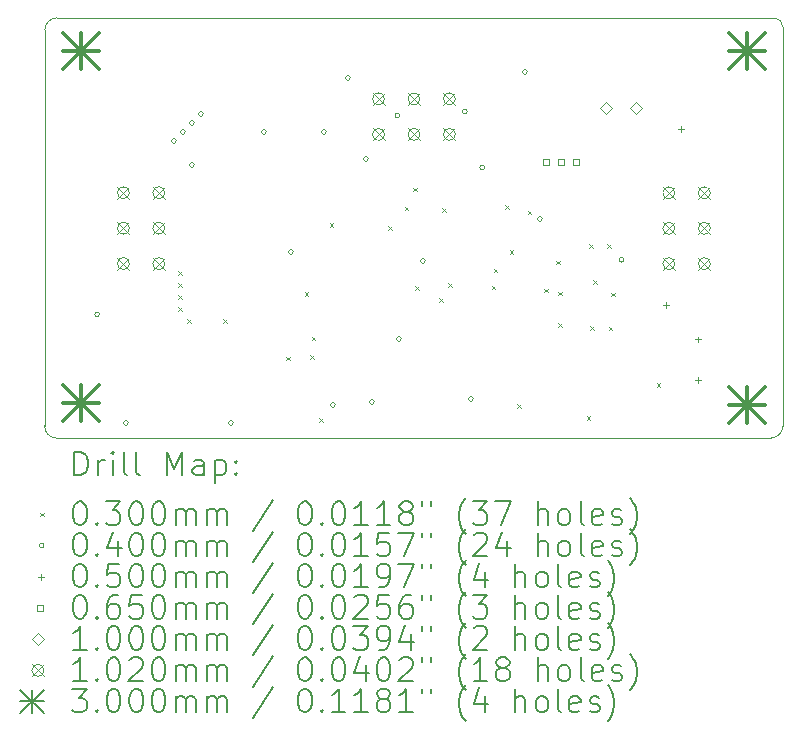
<source format=gbr>
%FSLAX45Y45*%
G04 Gerber Fmt 4.5, Leading zero omitted, Abs format (unit mm)*
G04 Created by KiCad (PCBNEW (6.0.0)) date 2023-01-08 13:29:53*
%MOMM*%
%LPD*%
G01*
G04 APERTURE LIST*
%TA.AperFunction,Profile*%
%ADD10C,0.100000*%
%TD*%
%ADD11C,0.200000*%
%ADD12C,0.030000*%
%ADD13C,0.040000*%
%ADD14C,0.050000*%
%ADD15C,0.065000*%
%ADD16C,0.100000*%
%ADD17C,0.102000*%
%ADD18C,0.300000*%
G04 APERTURE END LIST*
D10*
X12039600Y-10541000D02*
G75*
G03*
X12141200Y-10439400I0J101600D01*
G01*
X5994400Y-6985000D02*
X12065000Y-6985000D01*
X12141200Y-7061200D02*
X12141200Y-10439400D01*
X12141200Y-7061200D02*
G75*
G03*
X12065000Y-6985000I-76200J0D01*
G01*
X5994400Y-6985000D02*
G75*
G03*
X5892800Y-7086600I0J-101600D01*
G01*
X12039600Y-10541000D02*
X5994400Y-10543900D01*
X5889900Y-10439400D02*
X5892800Y-7086600D01*
X5889900Y-10439400D02*
G75*
G03*
X5994400Y-10543900I104500J0D01*
G01*
D11*
D12*
X7020800Y-9129000D02*
X7050800Y-9159000D01*
X7050800Y-9129000D02*
X7020800Y-9159000D01*
X7020800Y-9230600D02*
X7050800Y-9260600D01*
X7050800Y-9230600D02*
X7020800Y-9260600D01*
X7020800Y-9332200D02*
X7050800Y-9362200D01*
X7050800Y-9332200D02*
X7020800Y-9362200D01*
X7020800Y-9433800D02*
X7050800Y-9463800D01*
X7050800Y-9433800D02*
X7020800Y-9463800D01*
X7097000Y-9535400D02*
X7127000Y-9565400D01*
X7127000Y-9535400D02*
X7097000Y-9565400D01*
X7401800Y-9535400D02*
X7431800Y-9565400D01*
X7431800Y-9535400D02*
X7401800Y-9565400D01*
X7935200Y-9852900D02*
X7965200Y-9882900D01*
X7965200Y-9852900D02*
X7935200Y-9882900D01*
X8092680Y-9306800D02*
X8122680Y-9336800D01*
X8122680Y-9306800D02*
X8092680Y-9336800D01*
X8138400Y-9840200D02*
X8168400Y-9870200D01*
X8168400Y-9840200D02*
X8138400Y-9870200D01*
X8153640Y-9682720D02*
X8183640Y-9712720D01*
X8183640Y-9682720D02*
X8153640Y-9712720D01*
X8214600Y-10373600D02*
X8244600Y-10403600D01*
X8244600Y-10373600D02*
X8214600Y-10403600D01*
X8303500Y-8722600D02*
X8333500Y-8752600D01*
X8333500Y-8722600D02*
X8303500Y-8752600D01*
X8798800Y-8748000D02*
X8828800Y-8778000D01*
X8828800Y-8748000D02*
X8798800Y-8778000D01*
X8938500Y-8582900D02*
X8968500Y-8612900D01*
X8968500Y-8582900D02*
X8938500Y-8612900D01*
X9012160Y-8422880D02*
X9042160Y-8452880D01*
X9042160Y-8422880D02*
X9012160Y-8452880D01*
X9027400Y-9256000D02*
X9057400Y-9286000D01*
X9057400Y-9256000D02*
X9027400Y-9286000D01*
X9230600Y-9357600D02*
X9260600Y-9387600D01*
X9260600Y-9357600D02*
X9230600Y-9387600D01*
X9256000Y-8595600D02*
X9286000Y-8625600D01*
X9286000Y-8595600D02*
X9256000Y-8625600D01*
X9306800Y-9230600D02*
X9336800Y-9260600D01*
X9336800Y-9230600D02*
X9306800Y-9260600D01*
X9677640Y-9250920D02*
X9707640Y-9280920D01*
X9707640Y-9250920D02*
X9677640Y-9280920D01*
X9692880Y-9108680D02*
X9722880Y-9138680D01*
X9722880Y-9108680D02*
X9692880Y-9138680D01*
X9789400Y-8570200D02*
X9819400Y-8600200D01*
X9819400Y-8570200D02*
X9789400Y-8600200D01*
X9830040Y-8951200D02*
X9860040Y-8981200D01*
X9860040Y-8951200D02*
X9830040Y-8981200D01*
X9891000Y-10256760D02*
X9921000Y-10286760D01*
X9921000Y-10256760D02*
X9891000Y-10286760D01*
X9979900Y-8618460D02*
X10009900Y-8648460D01*
X10009900Y-8618460D02*
X9979900Y-8648460D01*
X10119600Y-9276320D02*
X10149600Y-9306320D01*
X10149600Y-9276320D02*
X10119600Y-9306320D01*
X10221200Y-9042640D02*
X10251200Y-9072640D01*
X10251200Y-9042640D02*
X10221200Y-9072640D01*
X10241520Y-9304260D02*
X10271520Y-9334260D01*
X10271520Y-9304260D02*
X10241520Y-9334260D01*
X10241520Y-9570960D02*
X10271520Y-9600960D01*
X10271520Y-9570960D02*
X10241520Y-9600960D01*
X10480280Y-10358360D02*
X10510280Y-10388360D01*
X10510280Y-10358360D02*
X10480280Y-10388360D01*
X10500600Y-8900400D02*
X10530600Y-8930400D01*
X10530600Y-8900400D02*
X10500600Y-8930400D01*
X10510760Y-9596360D02*
X10540760Y-9626360D01*
X10540760Y-9596360D02*
X10510760Y-9626360D01*
X10533620Y-9205200D02*
X10563620Y-9235200D01*
X10563620Y-9205200D02*
X10533620Y-9235200D01*
X10653000Y-8900400D02*
X10683000Y-8930400D01*
X10683000Y-8900400D02*
X10653000Y-8930400D01*
X10665700Y-9601440D02*
X10695700Y-9631440D01*
X10695700Y-9601440D02*
X10665700Y-9631440D01*
X10688560Y-9311880D02*
X10718560Y-9341880D01*
X10718560Y-9311880D02*
X10688560Y-9341880D01*
X11074640Y-10078960D02*
X11104640Y-10108960D01*
X11104640Y-10078960D02*
X11074640Y-10108960D01*
D13*
X6354760Y-9494520D02*
G75*
G03*
X6354760Y-9494520I-20000J0D01*
G01*
X6598600Y-10414000D02*
G75*
G03*
X6598600Y-10414000I-20000J0D01*
G01*
X7005000Y-8026400D02*
G75*
G03*
X7005000Y-8026400I-20000J0D01*
G01*
X7081200Y-7950200D02*
G75*
G03*
X7081200Y-7950200I-20000J0D01*
G01*
X7157400Y-7874000D02*
G75*
G03*
X7157400Y-7874000I-20000J0D01*
G01*
X7157400Y-8229600D02*
G75*
G03*
X7157400Y-8229600I-20000J0D01*
G01*
X7233600Y-7797800D02*
G75*
G03*
X7233600Y-7797800I-20000J0D01*
G01*
X7487600Y-10414000D02*
G75*
G03*
X7487600Y-10414000I-20000J0D01*
G01*
X7767000Y-7950200D02*
G75*
G03*
X7767000Y-7950200I-20000J0D01*
G01*
X7995600Y-8966200D02*
G75*
G03*
X7995600Y-8966200I-20000J0D01*
G01*
X8275000Y-7950200D02*
G75*
G03*
X8275000Y-7950200I-20000J0D01*
G01*
X8351200Y-10261600D02*
G75*
G03*
X8351200Y-10261600I-20000J0D01*
G01*
X8478200Y-7493000D02*
G75*
G03*
X8478200Y-7493000I-20000J0D01*
G01*
X8630600Y-8178800D02*
G75*
G03*
X8630600Y-8178800I-20000J0D01*
G01*
X8681400Y-10236200D02*
G75*
G03*
X8681400Y-10236200I-20000J0D01*
G01*
X8897900Y-7811100D02*
G75*
G03*
X8897900Y-7811100I-20000J0D01*
G01*
X8910000Y-9702800D02*
G75*
G03*
X8910000Y-9702800I-20000J0D01*
G01*
X9113200Y-9042400D02*
G75*
G03*
X9113200Y-9042400I-20000J0D01*
G01*
X9467540Y-7776900D02*
G75*
G03*
X9467540Y-7776900I-20000J0D01*
G01*
X9519600Y-10210800D02*
G75*
G03*
X9519600Y-10210800I-20000J0D01*
G01*
X9616120Y-8249920D02*
G75*
G03*
X9616120Y-8249920I-20000J0D01*
G01*
X9976800Y-7442200D02*
G75*
G03*
X9976800Y-7442200I-20000J0D01*
G01*
X10103800Y-8686800D02*
G75*
G03*
X10103800Y-8686800I-20000J0D01*
G01*
X10794680Y-9032240D02*
G75*
G03*
X10794680Y-9032240I-20000J0D01*
G01*
D14*
X11150600Y-9388240D02*
X11150600Y-9438240D01*
X11125600Y-9413240D02*
X11175600Y-9413240D01*
X11277600Y-7899800D02*
X11277600Y-7949800D01*
X11252600Y-7924800D02*
X11302600Y-7924800D01*
X11424920Y-9682880D02*
X11424920Y-9732880D01*
X11399920Y-9707880D02*
X11449920Y-9707880D01*
X11424920Y-10025780D02*
X11424920Y-10075780D01*
X11399920Y-10050780D02*
X11449920Y-10050780D01*
D15*
X10158081Y-8227181D02*
X10158081Y-8181219D01*
X10112119Y-8181219D01*
X10112119Y-8227181D01*
X10158081Y-8227181D01*
X10285081Y-8227181D02*
X10285081Y-8181219D01*
X10239119Y-8181219D01*
X10239119Y-8227181D01*
X10285081Y-8227181D01*
X10412081Y-8227181D02*
X10412081Y-8181219D01*
X10366119Y-8181219D01*
X10366119Y-8227181D01*
X10412081Y-8227181D01*
D16*
X10642100Y-7797000D02*
X10692100Y-7747000D01*
X10642100Y-7697000D01*
X10592100Y-7747000D01*
X10642100Y-7797000D01*
X10896100Y-7797000D02*
X10946100Y-7747000D01*
X10896100Y-7697000D01*
X10846100Y-7747000D01*
X10896100Y-7797000D01*
D17*
X6506700Y-8414400D02*
X6608700Y-8516400D01*
X6608700Y-8414400D02*
X6506700Y-8516400D01*
X6608700Y-8465400D02*
G75*
G03*
X6608700Y-8465400I-51000J0D01*
G01*
X6506700Y-8714400D02*
X6608700Y-8816400D01*
X6608700Y-8714400D02*
X6506700Y-8816400D01*
X6608700Y-8765400D02*
G75*
G03*
X6608700Y-8765400I-51000J0D01*
G01*
X6506700Y-9014400D02*
X6608700Y-9116400D01*
X6608700Y-9014400D02*
X6506700Y-9116400D01*
X6608700Y-9065400D02*
G75*
G03*
X6608700Y-9065400I-51000J0D01*
G01*
X6806700Y-8414400D02*
X6908700Y-8516400D01*
X6908700Y-8414400D02*
X6806700Y-8516400D01*
X6908700Y-8465400D02*
G75*
G03*
X6908700Y-8465400I-51000J0D01*
G01*
X6806700Y-8714400D02*
X6908700Y-8816400D01*
X6908700Y-8714400D02*
X6806700Y-8816400D01*
X6908700Y-8765400D02*
G75*
G03*
X6908700Y-8765400I-51000J0D01*
G01*
X6806700Y-9014400D02*
X6908700Y-9116400D01*
X6908700Y-9014400D02*
X6806700Y-9116400D01*
X6908700Y-9065400D02*
G75*
G03*
X6908700Y-9065400I-51000J0D01*
G01*
X8667000Y-7620000D02*
X8769000Y-7722000D01*
X8769000Y-7620000D02*
X8667000Y-7722000D01*
X8769000Y-7671000D02*
G75*
G03*
X8769000Y-7671000I-51000J0D01*
G01*
X8667000Y-7920000D02*
X8769000Y-8022000D01*
X8769000Y-7920000D02*
X8667000Y-8022000D01*
X8769000Y-7971000D02*
G75*
G03*
X8769000Y-7971000I-51000J0D01*
G01*
X8967000Y-7620000D02*
X9069000Y-7722000D01*
X9069000Y-7620000D02*
X8967000Y-7722000D01*
X9069000Y-7671000D02*
G75*
G03*
X9069000Y-7671000I-51000J0D01*
G01*
X8967000Y-7920000D02*
X9069000Y-8022000D01*
X9069000Y-7920000D02*
X8967000Y-8022000D01*
X9069000Y-7971000D02*
G75*
G03*
X9069000Y-7971000I-51000J0D01*
G01*
X9267000Y-7620000D02*
X9369000Y-7722000D01*
X9369000Y-7620000D02*
X9267000Y-7722000D01*
X9369000Y-7671000D02*
G75*
G03*
X9369000Y-7671000I-51000J0D01*
G01*
X9267000Y-7920000D02*
X9369000Y-8022000D01*
X9369000Y-7920000D02*
X9267000Y-8022000D01*
X9369000Y-7971000D02*
G75*
G03*
X9369000Y-7971000I-51000J0D01*
G01*
X11125300Y-8415400D02*
X11227300Y-8517400D01*
X11227300Y-8415400D02*
X11125300Y-8517400D01*
X11227300Y-8466400D02*
G75*
G03*
X11227300Y-8466400I-51000J0D01*
G01*
X11125300Y-8715400D02*
X11227300Y-8817400D01*
X11227300Y-8715400D02*
X11125300Y-8817400D01*
X11227300Y-8766400D02*
G75*
G03*
X11227300Y-8766400I-51000J0D01*
G01*
X11125300Y-9015400D02*
X11227300Y-9117400D01*
X11227300Y-9015400D02*
X11125300Y-9117400D01*
X11227300Y-9066400D02*
G75*
G03*
X11227300Y-9066400I-51000J0D01*
G01*
X11425300Y-8415400D02*
X11527300Y-8517400D01*
X11527300Y-8415400D02*
X11425300Y-8517400D01*
X11527300Y-8466400D02*
G75*
G03*
X11527300Y-8466400I-51000J0D01*
G01*
X11425300Y-8715400D02*
X11527300Y-8817400D01*
X11527300Y-8715400D02*
X11425300Y-8817400D01*
X11527300Y-8766400D02*
G75*
G03*
X11527300Y-8766400I-51000J0D01*
G01*
X11425300Y-9015400D02*
X11527300Y-9117400D01*
X11527300Y-9015400D02*
X11425300Y-9117400D01*
X11527300Y-9066400D02*
G75*
G03*
X11527300Y-9066400I-51000J0D01*
G01*
D18*
X6047600Y-7114400D02*
X6347600Y-7414400D01*
X6347600Y-7114400D02*
X6047600Y-7414400D01*
X6197600Y-7114400D02*
X6197600Y-7414400D01*
X6047600Y-7264400D02*
X6347600Y-7264400D01*
X6047600Y-10096360D02*
X6347600Y-10396360D01*
X6347600Y-10096360D02*
X6047600Y-10396360D01*
X6197600Y-10096360D02*
X6197600Y-10396360D01*
X6047600Y-10246360D02*
X6347600Y-10246360D01*
X11686400Y-7114400D02*
X11986400Y-7414400D01*
X11986400Y-7114400D02*
X11686400Y-7414400D01*
X11836400Y-7114400D02*
X11836400Y-7414400D01*
X11686400Y-7264400D02*
X11986400Y-7264400D01*
X11686400Y-10111600D02*
X11986400Y-10411600D01*
X11986400Y-10111600D02*
X11686400Y-10411600D01*
X11836400Y-10111600D02*
X11836400Y-10411600D01*
X11686400Y-10261600D02*
X11986400Y-10261600D01*
D11*
X6142519Y-10859376D02*
X6142519Y-10659376D01*
X6190138Y-10659376D01*
X6218709Y-10668900D01*
X6237757Y-10687948D01*
X6247281Y-10706995D01*
X6256805Y-10745090D01*
X6256805Y-10773662D01*
X6247281Y-10811757D01*
X6237757Y-10830805D01*
X6218709Y-10849852D01*
X6190138Y-10859376D01*
X6142519Y-10859376D01*
X6342519Y-10859376D02*
X6342519Y-10726043D01*
X6342519Y-10764138D02*
X6352043Y-10745090D01*
X6361567Y-10735567D01*
X6380614Y-10726043D01*
X6399662Y-10726043D01*
X6466328Y-10859376D02*
X6466328Y-10726043D01*
X6466328Y-10659376D02*
X6456805Y-10668900D01*
X6466328Y-10678424D01*
X6475852Y-10668900D01*
X6466328Y-10659376D01*
X6466328Y-10678424D01*
X6590138Y-10859376D02*
X6571090Y-10849852D01*
X6561567Y-10830805D01*
X6561567Y-10659376D01*
X6694900Y-10859376D02*
X6675852Y-10849852D01*
X6666328Y-10830805D01*
X6666328Y-10659376D01*
X6923471Y-10859376D02*
X6923471Y-10659376D01*
X6990138Y-10802233D01*
X7056805Y-10659376D01*
X7056805Y-10859376D01*
X7237757Y-10859376D02*
X7237757Y-10754614D01*
X7228233Y-10735567D01*
X7209186Y-10726043D01*
X7171090Y-10726043D01*
X7152043Y-10735567D01*
X7237757Y-10849852D02*
X7218709Y-10859376D01*
X7171090Y-10859376D01*
X7152043Y-10849852D01*
X7142519Y-10830805D01*
X7142519Y-10811757D01*
X7152043Y-10792710D01*
X7171090Y-10783186D01*
X7218709Y-10783186D01*
X7237757Y-10773662D01*
X7332995Y-10726043D02*
X7332995Y-10926043D01*
X7332995Y-10735567D02*
X7352043Y-10726043D01*
X7390138Y-10726043D01*
X7409186Y-10735567D01*
X7418709Y-10745090D01*
X7428233Y-10764138D01*
X7428233Y-10821281D01*
X7418709Y-10840329D01*
X7409186Y-10849852D01*
X7390138Y-10859376D01*
X7352043Y-10859376D01*
X7332995Y-10849852D01*
X7513948Y-10840329D02*
X7523471Y-10849852D01*
X7513948Y-10859376D01*
X7504424Y-10849852D01*
X7513948Y-10840329D01*
X7513948Y-10859376D01*
X7513948Y-10735567D02*
X7523471Y-10745090D01*
X7513948Y-10754614D01*
X7504424Y-10745090D01*
X7513948Y-10735567D01*
X7513948Y-10754614D01*
D12*
X5854900Y-11173900D02*
X5884900Y-11203900D01*
X5884900Y-11173900D02*
X5854900Y-11203900D01*
D11*
X6180614Y-11079376D02*
X6199662Y-11079376D01*
X6218709Y-11088900D01*
X6228233Y-11098424D01*
X6237757Y-11117471D01*
X6247281Y-11155567D01*
X6247281Y-11203186D01*
X6237757Y-11241281D01*
X6228233Y-11260328D01*
X6218709Y-11269852D01*
X6199662Y-11279376D01*
X6180614Y-11279376D01*
X6161567Y-11269852D01*
X6152043Y-11260328D01*
X6142519Y-11241281D01*
X6132995Y-11203186D01*
X6132995Y-11155567D01*
X6142519Y-11117471D01*
X6152043Y-11098424D01*
X6161567Y-11088900D01*
X6180614Y-11079376D01*
X6332995Y-11260328D02*
X6342519Y-11269852D01*
X6332995Y-11279376D01*
X6323471Y-11269852D01*
X6332995Y-11260328D01*
X6332995Y-11279376D01*
X6409186Y-11079376D02*
X6532995Y-11079376D01*
X6466328Y-11155567D01*
X6494900Y-11155567D01*
X6513948Y-11165090D01*
X6523471Y-11174614D01*
X6532995Y-11193662D01*
X6532995Y-11241281D01*
X6523471Y-11260328D01*
X6513948Y-11269852D01*
X6494900Y-11279376D01*
X6437757Y-11279376D01*
X6418709Y-11269852D01*
X6409186Y-11260328D01*
X6656805Y-11079376D02*
X6675852Y-11079376D01*
X6694900Y-11088900D01*
X6704424Y-11098424D01*
X6713948Y-11117471D01*
X6723471Y-11155567D01*
X6723471Y-11203186D01*
X6713948Y-11241281D01*
X6704424Y-11260328D01*
X6694900Y-11269852D01*
X6675852Y-11279376D01*
X6656805Y-11279376D01*
X6637757Y-11269852D01*
X6628233Y-11260328D01*
X6618709Y-11241281D01*
X6609186Y-11203186D01*
X6609186Y-11155567D01*
X6618709Y-11117471D01*
X6628233Y-11098424D01*
X6637757Y-11088900D01*
X6656805Y-11079376D01*
X6847281Y-11079376D02*
X6866328Y-11079376D01*
X6885376Y-11088900D01*
X6894900Y-11098424D01*
X6904424Y-11117471D01*
X6913948Y-11155567D01*
X6913948Y-11203186D01*
X6904424Y-11241281D01*
X6894900Y-11260328D01*
X6885376Y-11269852D01*
X6866328Y-11279376D01*
X6847281Y-11279376D01*
X6828233Y-11269852D01*
X6818709Y-11260328D01*
X6809186Y-11241281D01*
X6799662Y-11203186D01*
X6799662Y-11155567D01*
X6809186Y-11117471D01*
X6818709Y-11098424D01*
X6828233Y-11088900D01*
X6847281Y-11079376D01*
X6999662Y-11279376D02*
X6999662Y-11146043D01*
X6999662Y-11165090D02*
X7009186Y-11155567D01*
X7028233Y-11146043D01*
X7056805Y-11146043D01*
X7075852Y-11155567D01*
X7085376Y-11174614D01*
X7085376Y-11279376D01*
X7085376Y-11174614D02*
X7094900Y-11155567D01*
X7113948Y-11146043D01*
X7142519Y-11146043D01*
X7161567Y-11155567D01*
X7171090Y-11174614D01*
X7171090Y-11279376D01*
X7266328Y-11279376D02*
X7266328Y-11146043D01*
X7266328Y-11165090D02*
X7275852Y-11155567D01*
X7294900Y-11146043D01*
X7323471Y-11146043D01*
X7342519Y-11155567D01*
X7352043Y-11174614D01*
X7352043Y-11279376D01*
X7352043Y-11174614D02*
X7361567Y-11155567D01*
X7380614Y-11146043D01*
X7409186Y-11146043D01*
X7428233Y-11155567D01*
X7437757Y-11174614D01*
X7437757Y-11279376D01*
X7828233Y-11069852D02*
X7656805Y-11326995D01*
X8085376Y-11079376D02*
X8104424Y-11079376D01*
X8123471Y-11088900D01*
X8132995Y-11098424D01*
X8142519Y-11117471D01*
X8152043Y-11155567D01*
X8152043Y-11203186D01*
X8142519Y-11241281D01*
X8132995Y-11260328D01*
X8123471Y-11269852D01*
X8104424Y-11279376D01*
X8085376Y-11279376D01*
X8066328Y-11269852D01*
X8056805Y-11260328D01*
X8047281Y-11241281D01*
X8037757Y-11203186D01*
X8037757Y-11155567D01*
X8047281Y-11117471D01*
X8056805Y-11098424D01*
X8066328Y-11088900D01*
X8085376Y-11079376D01*
X8237757Y-11260328D02*
X8247281Y-11269852D01*
X8237757Y-11279376D01*
X8228233Y-11269852D01*
X8237757Y-11260328D01*
X8237757Y-11279376D01*
X8371090Y-11079376D02*
X8390138Y-11079376D01*
X8409186Y-11088900D01*
X8418710Y-11098424D01*
X8428233Y-11117471D01*
X8437757Y-11155567D01*
X8437757Y-11203186D01*
X8428233Y-11241281D01*
X8418710Y-11260328D01*
X8409186Y-11269852D01*
X8390138Y-11279376D01*
X8371090Y-11279376D01*
X8352043Y-11269852D01*
X8342519Y-11260328D01*
X8332995Y-11241281D01*
X8323471Y-11203186D01*
X8323471Y-11155567D01*
X8332995Y-11117471D01*
X8342519Y-11098424D01*
X8352043Y-11088900D01*
X8371090Y-11079376D01*
X8628233Y-11279376D02*
X8513948Y-11279376D01*
X8571090Y-11279376D02*
X8571090Y-11079376D01*
X8552043Y-11107948D01*
X8532995Y-11126995D01*
X8513948Y-11136519D01*
X8818710Y-11279376D02*
X8704424Y-11279376D01*
X8761567Y-11279376D02*
X8761567Y-11079376D01*
X8742519Y-11107948D01*
X8723471Y-11126995D01*
X8704424Y-11136519D01*
X8932995Y-11165090D02*
X8913948Y-11155567D01*
X8904424Y-11146043D01*
X8894900Y-11126995D01*
X8894900Y-11117471D01*
X8904424Y-11098424D01*
X8913948Y-11088900D01*
X8932995Y-11079376D01*
X8971090Y-11079376D01*
X8990138Y-11088900D01*
X8999662Y-11098424D01*
X9009186Y-11117471D01*
X9009186Y-11126995D01*
X8999662Y-11146043D01*
X8990138Y-11155567D01*
X8971090Y-11165090D01*
X8932995Y-11165090D01*
X8913948Y-11174614D01*
X8904424Y-11184138D01*
X8894900Y-11203186D01*
X8894900Y-11241281D01*
X8904424Y-11260328D01*
X8913948Y-11269852D01*
X8932995Y-11279376D01*
X8971090Y-11279376D01*
X8990138Y-11269852D01*
X8999662Y-11260328D01*
X9009186Y-11241281D01*
X9009186Y-11203186D01*
X8999662Y-11184138D01*
X8990138Y-11174614D01*
X8971090Y-11165090D01*
X9085376Y-11079376D02*
X9085376Y-11117471D01*
X9161567Y-11079376D02*
X9161567Y-11117471D01*
X9456805Y-11355567D02*
X9447281Y-11346043D01*
X9428233Y-11317471D01*
X9418710Y-11298424D01*
X9409186Y-11269852D01*
X9399662Y-11222233D01*
X9399662Y-11184138D01*
X9409186Y-11136519D01*
X9418710Y-11107948D01*
X9428233Y-11088900D01*
X9447281Y-11060329D01*
X9456805Y-11050805D01*
X9513948Y-11079376D02*
X9637757Y-11079376D01*
X9571090Y-11155567D01*
X9599662Y-11155567D01*
X9618710Y-11165090D01*
X9628233Y-11174614D01*
X9637757Y-11193662D01*
X9637757Y-11241281D01*
X9628233Y-11260328D01*
X9618710Y-11269852D01*
X9599662Y-11279376D01*
X9542519Y-11279376D01*
X9523471Y-11269852D01*
X9513948Y-11260328D01*
X9704424Y-11079376D02*
X9837757Y-11079376D01*
X9752043Y-11279376D01*
X10066329Y-11279376D02*
X10066329Y-11079376D01*
X10152043Y-11279376D02*
X10152043Y-11174614D01*
X10142519Y-11155567D01*
X10123471Y-11146043D01*
X10094900Y-11146043D01*
X10075852Y-11155567D01*
X10066329Y-11165090D01*
X10275852Y-11279376D02*
X10256805Y-11269852D01*
X10247281Y-11260328D01*
X10237757Y-11241281D01*
X10237757Y-11184138D01*
X10247281Y-11165090D01*
X10256805Y-11155567D01*
X10275852Y-11146043D01*
X10304424Y-11146043D01*
X10323471Y-11155567D01*
X10332995Y-11165090D01*
X10342519Y-11184138D01*
X10342519Y-11241281D01*
X10332995Y-11260328D01*
X10323471Y-11269852D01*
X10304424Y-11279376D01*
X10275852Y-11279376D01*
X10456805Y-11279376D02*
X10437757Y-11269852D01*
X10428233Y-11250805D01*
X10428233Y-11079376D01*
X10609186Y-11269852D02*
X10590138Y-11279376D01*
X10552043Y-11279376D01*
X10532995Y-11269852D01*
X10523471Y-11250805D01*
X10523471Y-11174614D01*
X10532995Y-11155567D01*
X10552043Y-11146043D01*
X10590138Y-11146043D01*
X10609186Y-11155567D01*
X10618710Y-11174614D01*
X10618710Y-11193662D01*
X10523471Y-11212709D01*
X10694900Y-11269852D02*
X10713948Y-11279376D01*
X10752043Y-11279376D01*
X10771090Y-11269852D01*
X10780614Y-11250805D01*
X10780614Y-11241281D01*
X10771090Y-11222233D01*
X10752043Y-11212709D01*
X10723471Y-11212709D01*
X10704424Y-11203186D01*
X10694900Y-11184138D01*
X10694900Y-11174614D01*
X10704424Y-11155567D01*
X10723471Y-11146043D01*
X10752043Y-11146043D01*
X10771090Y-11155567D01*
X10847281Y-11355567D02*
X10856805Y-11346043D01*
X10875852Y-11317471D01*
X10885376Y-11298424D01*
X10894900Y-11269852D01*
X10904424Y-11222233D01*
X10904424Y-11184138D01*
X10894900Y-11136519D01*
X10885376Y-11107948D01*
X10875852Y-11088900D01*
X10856805Y-11060329D01*
X10847281Y-11050805D01*
D13*
X5884900Y-11452900D02*
G75*
G03*
X5884900Y-11452900I-20000J0D01*
G01*
D11*
X6180614Y-11343376D02*
X6199662Y-11343376D01*
X6218709Y-11352900D01*
X6228233Y-11362424D01*
X6237757Y-11381471D01*
X6247281Y-11419567D01*
X6247281Y-11467186D01*
X6237757Y-11505281D01*
X6228233Y-11524328D01*
X6218709Y-11533852D01*
X6199662Y-11543376D01*
X6180614Y-11543376D01*
X6161567Y-11533852D01*
X6152043Y-11524328D01*
X6142519Y-11505281D01*
X6132995Y-11467186D01*
X6132995Y-11419567D01*
X6142519Y-11381471D01*
X6152043Y-11362424D01*
X6161567Y-11352900D01*
X6180614Y-11343376D01*
X6332995Y-11524328D02*
X6342519Y-11533852D01*
X6332995Y-11543376D01*
X6323471Y-11533852D01*
X6332995Y-11524328D01*
X6332995Y-11543376D01*
X6513948Y-11410043D02*
X6513948Y-11543376D01*
X6466328Y-11333852D02*
X6418709Y-11476709D01*
X6542519Y-11476709D01*
X6656805Y-11343376D02*
X6675852Y-11343376D01*
X6694900Y-11352900D01*
X6704424Y-11362424D01*
X6713948Y-11381471D01*
X6723471Y-11419567D01*
X6723471Y-11467186D01*
X6713948Y-11505281D01*
X6704424Y-11524328D01*
X6694900Y-11533852D01*
X6675852Y-11543376D01*
X6656805Y-11543376D01*
X6637757Y-11533852D01*
X6628233Y-11524328D01*
X6618709Y-11505281D01*
X6609186Y-11467186D01*
X6609186Y-11419567D01*
X6618709Y-11381471D01*
X6628233Y-11362424D01*
X6637757Y-11352900D01*
X6656805Y-11343376D01*
X6847281Y-11343376D02*
X6866328Y-11343376D01*
X6885376Y-11352900D01*
X6894900Y-11362424D01*
X6904424Y-11381471D01*
X6913948Y-11419567D01*
X6913948Y-11467186D01*
X6904424Y-11505281D01*
X6894900Y-11524328D01*
X6885376Y-11533852D01*
X6866328Y-11543376D01*
X6847281Y-11543376D01*
X6828233Y-11533852D01*
X6818709Y-11524328D01*
X6809186Y-11505281D01*
X6799662Y-11467186D01*
X6799662Y-11419567D01*
X6809186Y-11381471D01*
X6818709Y-11362424D01*
X6828233Y-11352900D01*
X6847281Y-11343376D01*
X6999662Y-11543376D02*
X6999662Y-11410043D01*
X6999662Y-11429090D02*
X7009186Y-11419567D01*
X7028233Y-11410043D01*
X7056805Y-11410043D01*
X7075852Y-11419567D01*
X7085376Y-11438614D01*
X7085376Y-11543376D01*
X7085376Y-11438614D02*
X7094900Y-11419567D01*
X7113948Y-11410043D01*
X7142519Y-11410043D01*
X7161567Y-11419567D01*
X7171090Y-11438614D01*
X7171090Y-11543376D01*
X7266328Y-11543376D02*
X7266328Y-11410043D01*
X7266328Y-11429090D02*
X7275852Y-11419567D01*
X7294900Y-11410043D01*
X7323471Y-11410043D01*
X7342519Y-11419567D01*
X7352043Y-11438614D01*
X7352043Y-11543376D01*
X7352043Y-11438614D02*
X7361567Y-11419567D01*
X7380614Y-11410043D01*
X7409186Y-11410043D01*
X7428233Y-11419567D01*
X7437757Y-11438614D01*
X7437757Y-11543376D01*
X7828233Y-11333852D02*
X7656805Y-11590995D01*
X8085376Y-11343376D02*
X8104424Y-11343376D01*
X8123471Y-11352900D01*
X8132995Y-11362424D01*
X8142519Y-11381471D01*
X8152043Y-11419567D01*
X8152043Y-11467186D01*
X8142519Y-11505281D01*
X8132995Y-11524328D01*
X8123471Y-11533852D01*
X8104424Y-11543376D01*
X8085376Y-11543376D01*
X8066328Y-11533852D01*
X8056805Y-11524328D01*
X8047281Y-11505281D01*
X8037757Y-11467186D01*
X8037757Y-11419567D01*
X8047281Y-11381471D01*
X8056805Y-11362424D01*
X8066328Y-11352900D01*
X8085376Y-11343376D01*
X8237757Y-11524328D02*
X8247281Y-11533852D01*
X8237757Y-11543376D01*
X8228233Y-11533852D01*
X8237757Y-11524328D01*
X8237757Y-11543376D01*
X8371090Y-11343376D02*
X8390138Y-11343376D01*
X8409186Y-11352900D01*
X8418710Y-11362424D01*
X8428233Y-11381471D01*
X8437757Y-11419567D01*
X8437757Y-11467186D01*
X8428233Y-11505281D01*
X8418710Y-11524328D01*
X8409186Y-11533852D01*
X8390138Y-11543376D01*
X8371090Y-11543376D01*
X8352043Y-11533852D01*
X8342519Y-11524328D01*
X8332995Y-11505281D01*
X8323471Y-11467186D01*
X8323471Y-11419567D01*
X8332995Y-11381471D01*
X8342519Y-11362424D01*
X8352043Y-11352900D01*
X8371090Y-11343376D01*
X8628233Y-11543376D02*
X8513948Y-11543376D01*
X8571090Y-11543376D02*
X8571090Y-11343376D01*
X8552043Y-11371948D01*
X8532995Y-11390995D01*
X8513948Y-11400519D01*
X8809186Y-11343376D02*
X8713948Y-11343376D01*
X8704424Y-11438614D01*
X8713948Y-11429090D01*
X8732995Y-11419567D01*
X8780614Y-11419567D01*
X8799662Y-11429090D01*
X8809186Y-11438614D01*
X8818710Y-11457662D01*
X8818710Y-11505281D01*
X8809186Y-11524328D01*
X8799662Y-11533852D01*
X8780614Y-11543376D01*
X8732995Y-11543376D01*
X8713948Y-11533852D01*
X8704424Y-11524328D01*
X8885376Y-11343376D02*
X9018710Y-11343376D01*
X8932995Y-11543376D01*
X9085376Y-11343376D02*
X9085376Y-11381471D01*
X9161567Y-11343376D02*
X9161567Y-11381471D01*
X9456805Y-11619567D02*
X9447281Y-11610043D01*
X9428233Y-11581471D01*
X9418710Y-11562424D01*
X9409186Y-11533852D01*
X9399662Y-11486233D01*
X9399662Y-11448138D01*
X9409186Y-11400519D01*
X9418710Y-11371948D01*
X9428233Y-11352900D01*
X9447281Y-11324328D01*
X9456805Y-11314805D01*
X9523471Y-11362424D02*
X9532995Y-11352900D01*
X9552043Y-11343376D01*
X9599662Y-11343376D01*
X9618710Y-11352900D01*
X9628233Y-11362424D01*
X9637757Y-11381471D01*
X9637757Y-11400519D01*
X9628233Y-11429090D01*
X9513948Y-11543376D01*
X9637757Y-11543376D01*
X9809186Y-11410043D02*
X9809186Y-11543376D01*
X9761567Y-11333852D02*
X9713948Y-11476709D01*
X9837757Y-11476709D01*
X10066329Y-11543376D02*
X10066329Y-11343376D01*
X10152043Y-11543376D02*
X10152043Y-11438614D01*
X10142519Y-11419567D01*
X10123471Y-11410043D01*
X10094900Y-11410043D01*
X10075852Y-11419567D01*
X10066329Y-11429090D01*
X10275852Y-11543376D02*
X10256805Y-11533852D01*
X10247281Y-11524328D01*
X10237757Y-11505281D01*
X10237757Y-11448138D01*
X10247281Y-11429090D01*
X10256805Y-11419567D01*
X10275852Y-11410043D01*
X10304424Y-11410043D01*
X10323471Y-11419567D01*
X10332995Y-11429090D01*
X10342519Y-11448138D01*
X10342519Y-11505281D01*
X10332995Y-11524328D01*
X10323471Y-11533852D01*
X10304424Y-11543376D01*
X10275852Y-11543376D01*
X10456805Y-11543376D02*
X10437757Y-11533852D01*
X10428233Y-11514805D01*
X10428233Y-11343376D01*
X10609186Y-11533852D02*
X10590138Y-11543376D01*
X10552043Y-11543376D01*
X10532995Y-11533852D01*
X10523471Y-11514805D01*
X10523471Y-11438614D01*
X10532995Y-11419567D01*
X10552043Y-11410043D01*
X10590138Y-11410043D01*
X10609186Y-11419567D01*
X10618710Y-11438614D01*
X10618710Y-11457662D01*
X10523471Y-11476709D01*
X10694900Y-11533852D02*
X10713948Y-11543376D01*
X10752043Y-11543376D01*
X10771090Y-11533852D01*
X10780614Y-11514805D01*
X10780614Y-11505281D01*
X10771090Y-11486233D01*
X10752043Y-11476709D01*
X10723471Y-11476709D01*
X10704424Y-11467186D01*
X10694900Y-11448138D01*
X10694900Y-11438614D01*
X10704424Y-11419567D01*
X10723471Y-11410043D01*
X10752043Y-11410043D01*
X10771090Y-11419567D01*
X10847281Y-11619567D02*
X10856805Y-11610043D01*
X10875852Y-11581471D01*
X10885376Y-11562424D01*
X10894900Y-11533852D01*
X10904424Y-11486233D01*
X10904424Y-11448138D01*
X10894900Y-11400519D01*
X10885376Y-11371948D01*
X10875852Y-11352900D01*
X10856805Y-11324328D01*
X10847281Y-11314805D01*
D14*
X5859900Y-11691900D02*
X5859900Y-11741900D01*
X5834900Y-11716900D02*
X5884900Y-11716900D01*
D11*
X6180614Y-11607376D02*
X6199662Y-11607376D01*
X6218709Y-11616900D01*
X6228233Y-11626424D01*
X6237757Y-11645471D01*
X6247281Y-11683567D01*
X6247281Y-11731186D01*
X6237757Y-11769281D01*
X6228233Y-11788328D01*
X6218709Y-11797852D01*
X6199662Y-11807376D01*
X6180614Y-11807376D01*
X6161567Y-11797852D01*
X6152043Y-11788328D01*
X6142519Y-11769281D01*
X6132995Y-11731186D01*
X6132995Y-11683567D01*
X6142519Y-11645471D01*
X6152043Y-11626424D01*
X6161567Y-11616900D01*
X6180614Y-11607376D01*
X6332995Y-11788328D02*
X6342519Y-11797852D01*
X6332995Y-11807376D01*
X6323471Y-11797852D01*
X6332995Y-11788328D01*
X6332995Y-11807376D01*
X6523471Y-11607376D02*
X6428233Y-11607376D01*
X6418709Y-11702614D01*
X6428233Y-11693090D01*
X6447281Y-11683567D01*
X6494900Y-11683567D01*
X6513948Y-11693090D01*
X6523471Y-11702614D01*
X6532995Y-11721662D01*
X6532995Y-11769281D01*
X6523471Y-11788328D01*
X6513948Y-11797852D01*
X6494900Y-11807376D01*
X6447281Y-11807376D01*
X6428233Y-11797852D01*
X6418709Y-11788328D01*
X6656805Y-11607376D02*
X6675852Y-11607376D01*
X6694900Y-11616900D01*
X6704424Y-11626424D01*
X6713948Y-11645471D01*
X6723471Y-11683567D01*
X6723471Y-11731186D01*
X6713948Y-11769281D01*
X6704424Y-11788328D01*
X6694900Y-11797852D01*
X6675852Y-11807376D01*
X6656805Y-11807376D01*
X6637757Y-11797852D01*
X6628233Y-11788328D01*
X6618709Y-11769281D01*
X6609186Y-11731186D01*
X6609186Y-11683567D01*
X6618709Y-11645471D01*
X6628233Y-11626424D01*
X6637757Y-11616900D01*
X6656805Y-11607376D01*
X6847281Y-11607376D02*
X6866328Y-11607376D01*
X6885376Y-11616900D01*
X6894900Y-11626424D01*
X6904424Y-11645471D01*
X6913948Y-11683567D01*
X6913948Y-11731186D01*
X6904424Y-11769281D01*
X6894900Y-11788328D01*
X6885376Y-11797852D01*
X6866328Y-11807376D01*
X6847281Y-11807376D01*
X6828233Y-11797852D01*
X6818709Y-11788328D01*
X6809186Y-11769281D01*
X6799662Y-11731186D01*
X6799662Y-11683567D01*
X6809186Y-11645471D01*
X6818709Y-11626424D01*
X6828233Y-11616900D01*
X6847281Y-11607376D01*
X6999662Y-11807376D02*
X6999662Y-11674043D01*
X6999662Y-11693090D02*
X7009186Y-11683567D01*
X7028233Y-11674043D01*
X7056805Y-11674043D01*
X7075852Y-11683567D01*
X7085376Y-11702614D01*
X7085376Y-11807376D01*
X7085376Y-11702614D02*
X7094900Y-11683567D01*
X7113948Y-11674043D01*
X7142519Y-11674043D01*
X7161567Y-11683567D01*
X7171090Y-11702614D01*
X7171090Y-11807376D01*
X7266328Y-11807376D02*
X7266328Y-11674043D01*
X7266328Y-11693090D02*
X7275852Y-11683567D01*
X7294900Y-11674043D01*
X7323471Y-11674043D01*
X7342519Y-11683567D01*
X7352043Y-11702614D01*
X7352043Y-11807376D01*
X7352043Y-11702614D02*
X7361567Y-11683567D01*
X7380614Y-11674043D01*
X7409186Y-11674043D01*
X7428233Y-11683567D01*
X7437757Y-11702614D01*
X7437757Y-11807376D01*
X7828233Y-11597852D02*
X7656805Y-11854995D01*
X8085376Y-11607376D02*
X8104424Y-11607376D01*
X8123471Y-11616900D01*
X8132995Y-11626424D01*
X8142519Y-11645471D01*
X8152043Y-11683567D01*
X8152043Y-11731186D01*
X8142519Y-11769281D01*
X8132995Y-11788328D01*
X8123471Y-11797852D01*
X8104424Y-11807376D01*
X8085376Y-11807376D01*
X8066328Y-11797852D01*
X8056805Y-11788328D01*
X8047281Y-11769281D01*
X8037757Y-11731186D01*
X8037757Y-11683567D01*
X8047281Y-11645471D01*
X8056805Y-11626424D01*
X8066328Y-11616900D01*
X8085376Y-11607376D01*
X8237757Y-11788328D02*
X8247281Y-11797852D01*
X8237757Y-11807376D01*
X8228233Y-11797852D01*
X8237757Y-11788328D01*
X8237757Y-11807376D01*
X8371090Y-11607376D02*
X8390138Y-11607376D01*
X8409186Y-11616900D01*
X8418710Y-11626424D01*
X8428233Y-11645471D01*
X8437757Y-11683567D01*
X8437757Y-11731186D01*
X8428233Y-11769281D01*
X8418710Y-11788328D01*
X8409186Y-11797852D01*
X8390138Y-11807376D01*
X8371090Y-11807376D01*
X8352043Y-11797852D01*
X8342519Y-11788328D01*
X8332995Y-11769281D01*
X8323471Y-11731186D01*
X8323471Y-11683567D01*
X8332995Y-11645471D01*
X8342519Y-11626424D01*
X8352043Y-11616900D01*
X8371090Y-11607376D01*
X8628233Y-11807376D02*
X8513948Y-11807376D01*
X8571090Y-11807376D02*
X8571090Y-11607376D01*
X8552043Y-11635948D01*
X8532995Y-11654995D01*
X8513948Y-11664519D01*
X8723471Y-11807376D02*
X8761567Y-11807376D01*
X8780614Y-11797852D01*
X8790138Y-11788328D01*
X8809186Y-11759757D01*
X8818710Y-11721662D01*
X8818710Y-11645471D01*
X8809186Y-11626424D01*
X8799662Y-11616900D01*
X8780614Y-11607376D01*
X8742519Y-11607376D01*
X8723471Y-11616900D01*
X8713948Y-11626424D01*
X8704424Y-11645471D01*
X8704424Y-11693090D01*
X8713948Y-11712138D01*
X8723471Y-11721662D01*
X8742519Y-11731186D01*
X8780614Y-11731186D01*
X8799662Y-11721662D01*
X8809186Y-11712138D01*
X8818710Y-11693090D01*
X8885376Y-11607376D02*
X9018710Y-11607376D01*
X8932995Y-11807376D01*
X9085376Y-11607376D02*
X9085376Y-11645471D01*
X9161567Y-11607376D02*
X9161567Y-11645471D01*
X9456805Y-11883567D02*
X9447281Y-11874043D01*
X9428233Y-11845471D01*
X9418710Y-11826424D01*
X9409186Y-11797852D01*
X9399662Y-11750233D01*
X9399662Y-11712138D01*
X9409186Y-11664519D01*
X9418710Y-11635948D01*
X9428233Y-11616900D01*
X9447281Y-11588328D01*
X9456805Y-11578805D01*
X9618710Y-11674043D02*
X9618710Y-11807376D01*
X9571090Y-11597852D02*
X9523471Y-11740709D01*
X9647281Y-11740709D01*
X9875852Y-11807376D02*
X9875852Y-11607376D01*
X9961567Y-11807376D02*
X9961567Y-11702614D01*
X9952043Y-11683567D01*
X9932995Y-11674043D01*
X9904424Y-11674043D01*
X9885376Y-11683567D01*
X9875852Y-11693090D01*
X10085376Y-11807376D02*
X10066329Y-11797852D01*
X10056805Y-11788328D01*
X10047281Y-11769281D01*
X10047281Y-11712138D01*
X10056805Y-11693090D01*
X10066329Y-11683567D01*
X10085376Y-11674043D01*
X10113948Y-11674043D01*
X10132995Y-11683567D01*
X10142519Y-11693090D01*
X10152043Y-11712138D01*
X10152043Y-11769281D01*
X10142519Y-11788328D01*
X10132995Y-11797852D01*
X10113948Y-11807376D01*
X10085376Y-11807376D01*
X10266329Y-11807376D02*
X10247281Y-11797852D01*
X10237757Y-11778805D01*
X10237757Y-11607376D01*
X10418710Y-11797852D02*
X10399662Y-11807376D01*
X10361567Y-11807376D01*
X10342519Y-11797852D01*
X10332995Y-11778805D01*
X10332995Y-11702614D01*
X10342519Y-11683567D01*
X10361567Y-11674043D01*
X10399662Y-11674043D01*
X10418710Y-11683567D01*
X10428233Y-11702614D01*
X10428233Y-11721662D01*
X10332995Y-11740709D01*
X10504424Y-11797852D02*
X10523471Y-11807376D01*
X10561567Y-11807376D01*
X10580614Y-11797852D01*
X10590138Y-11778805D01*
X10590138Y-11769281D01*
X10580614Y-11750233D01*
X10561567Y-11740709D01*
X10532995Y-11740709D01*
X10513948Y-11731186D01*
X10504424Y-11712138D01*
X10504424Y-11702614D01*
X10513948Y-11683567D01*
X10532995Y-11674043D01*
X10561567Y-11674043D01*
X10580614Y-11683567D01*
X10656805Y-11883567D02*
X10666329Y-11874043D01*
X10685376Y-11845471D01*
X10694900Y-11826424D01*
X10704424Y-11797852D01*
X10713948Y-11750233D01*
X10713948Y-11712138D01*
X10704424Y-11664519D01*
X10694900Y-11635948D01*
X10685376Y-11616900D01*
X10666329Y-11588328D01*
X10656805Y-11578805D01*
D15*
X5875381Y-12003881D02*
X5875381Y-11957919D01*
X5829419Y-11957919D01*
X5829419Y-12003881D01*
X5875381Y-12003881D01*
D11*
X6180614Y-11871376D02*
X6199662Y-11871376D01*
X6218709Y-11880900D01*
X6228233Y-11890424D01*
X6237757Y-11909471D01*
X6247281Y-11947567D01*
X6247281Y-11995186D01*
X6237757Y-12033281D01*
X6228233Y-12052328D01*
X6218709Y-12061852D01*
X6199662Y-12071376D01*
X6180614Y-12071376D01*
X6161567Y-12061852D01*
X6152043Y-12052328D01*
X6142519Y-12033281D01*
X6132995Y-11995186D01*
X6132995Y-11947567D01*
X6142519Y-11909471D01*
X6152043Y-11890424D01*
X6161567Y-11880900D01*
X6180614Y-11871376D01*
X6332995Y-12052328D02*
X6342519Y-12061852D01*
X6332995Y-12071376D01*
X6323471Y-12061852D01*
X6332995Y-12052328D01*
X6332995Y-12071376D01*
X6513948Y-11871376D02*
X6475852Y-11871376D01*
X6456805Y-11880900D01*
X6447281Y-11890424D01*
X6428233Y-11918995D01*
X6418709Y-11957090D01*
X6418709Y-12033281D01*
X6428233Y-12052328D01*
X6437757Y-12061852D01*
X6456805Y-12071376D01*
X6494900Y-12071376D01*
X6513948Y-12061852D01*
X6523471Y-12052328D01*
X6532995Y-12033281D01*
X6532995Y-11985662D01*
X6523471Y-11966614D01*
X6513948Y-11957090D01*
X6494900Y-11947567D01*
X6456805Y-11947567D01*
X6437757Y-11957090D01*
X6428233Y-11966614D01*
X6418709Y-11985662D01*
X6713948Y-11871376D02*
X6618709Y-11871376D01*
X6609186Y-11966614D01*
X6618709Y-11957090D01*
X6637757Y-11947567D01*
X6685376Y-11947567D01*
X6704424Y-11957090D01*
X6713948Y-11966614D01*
X6723471Y-11985662D01*
X6723471Y-12033281D01*
X6713948Y-12052328D01*
X6704424Y-12061852D01*
X6685376Y-12071376D01*
X6637757Y-12071376D01*
X6618709Y-12061852D01*
X6609186Y-12052328D01*
X6847281Y-11871376D02*
X6866328Y-11871376D01*
X6885376Y-11880900D01*
X6894900Y-11890424D01*
X6904424Y-11909471D01*
X6913948Y-11947567D01*
X6913948Y-11995186D01*
X6904424Y-12033281D01*
X6894900Y-12052328D01*
X6885376Y-12061852D01*
X6866328Y-12071376D01*
X6847281Y-12071376D01*
X6828233Y-12061852D01*
X6818709Y-12052328D01*
X6809186Y-12033281D01*
X6799662Y-11995186D01*
X6799662Y-11947567D01*
X6809186Y-11909471D01*
X6818709Y-11890424D01*
X6828233Y-11880900D01*
X6847281Y-11871376D01*
X6999662Y-12071376D02*
X6999662Y-11938043D01*
X6999662Y-11957090D02*
X7009186Y-11947567D01*
X7028233Y-11938043D01*
X7056805Y-11938043D01*
X7075852Y-11947567D01*
X7085376Y-11966614D01*
X7085376Y-12071376D01*
X7085376Y-11966614D02*
X7094900Y-11947567D01*
X7113948Y-11938043D01*
X7142519Y-11938043D01*
X7161567Y-11947567D01*
X7171090Y-11966614D01*
X7171090Y-12071376D01*
X7266328Y-12071376D02*
X7266328Y-11938043D01*
X7266328Y-11957090D02*
X7275852Y-11947567D01*
X7294900Y-11938043D01*
X7323471Y-11938043D01*
X7342519Y-11947567D01*
X7352043Y-11966614D01*
X7352043Y-12071376D01*
X7352043Y-11966614D02*
X7361567Y-11947567D01*
X7380614Y-11938043D01*
X7409186Y-11938043D01*
X7428233Y-11947567D01*
X7437757Y-11966614D01*
X7437757Y-12071376D01*
X7828233Y-11861852D02*
X7656805Y-12118995D01*
X8085376Y-11871376D02*
X8104424Y-11871376D01*
X8123471Y-11880900D01*
X8132995Y-11890424D01*
X8142519Y-11909471D01*
X8152043Y-11947567D01*
X8152043Y-11995186D01*
X8142519Y-12033281D01*
X8132995Y-12052328D01*
X8123471Y-12061852D01*
X8104424Y-12071376D01*
X8085376Y-12071376D01*
X8066328Y-12061852D01*
X8056805Y-12052328D01*
X8047281Y-12033281D01*
X8037757Y-11995186D01*
X8037757Y-11947567D01*
X8047281Y-11909471D01*
X8056805Y-11890424D01*
X8066328Y-11880900D01*
X8085376Y-11871376D01*
X8237757Y-12052328D02*
X8247281Y-12061852D01*
X8237757Y-12071376D01*
X8228233Y-12061852D01*
X8237757Y-12052328D01*
X8237757Y-12071376D01*
X8371090Y-11871376D02*
X8390138Y-11871376D01*
X8409186Y-11880900D01*
X8418710Y-11890424D01*
X8428233Y-11909471D01*
X8437757Y-11947567D01*
X8437757Y-11995186D01*
X8428233Y-12033281D01*
X8418710Y-12052328D01*
X8409186Y-12061852D01*
X8390138Y-12071376D01*
X8371090Y-12071376D01*
X8352043Y-12061852D01*
X8342519Y-12052328D01*
X8332995Y-12033281D01*
X8323471Y-11995186D01*
X8323471Y-11947567D01*
X8332995Y-11909471D01*
X8342519Y-11890424D01*
X8352043Y-11880900D01*
X8371090Y-11871376D01*
X8513948Y-11890424D02*
X8523471Y-11880900D01*
X8542519Y-11871376D01*
X8590138Y-11871376D01*
X8609186Y-11880900D01*
X8618710Y-11890424D01*
X8628233Y-11909471D01*
X8628233Y-11928519D01*
X8618710Y-11957090D01*
X8504424Y-12071376D01*
X8628233Y-12071376D01*
X8809186Y-11871376D02*
X8713948Y-11871376D01*
X8704424Y-11966614D01*
X8713948Y-11957090D01*
X8732995Y-11947567D01*
X8780614Y-11947567D01*
X8799662Y-11957090D01*
X8809186Y-11966614D01*
X8818710Y-11985662D01*
X8818710Y-12033281D01*
X8809186Y-12052328D01*
X8799662Y-12061852D01*
X8780614Y-12071376D01*
X8732995Y-12071376D01*
X8713948Y-12061852D01*
X8704424Y-12052328D01*
X8990138Y-11871376D02*
X8952043Y-11871376D01*
X8932995Y-11880900D01*
X8923471Y-11890424D01*
X8904424Y-11918995D01*
X8894900Y-11957090D01*
X8894900Y-12033281D01*
X8904424Y-12052328D01*
X8913948Y-12061852D01*
X8932995Y-12071376D01*
X8971090Y-12071376D01*
X8990138Y-12061852D01*
X8999662Y-12052328D01*
X9009186Y-12033281D01*
X9009186Y-11985662D01*
X8999662Y-11966614D01*
X8990138Y-11957090D01*
X8971090Y-11947567D01*
X8932995Y-11947567D01*
X8913948Y-11957090D01*
X8904424Y-11966614D01*
X8894900Y-11985662D01*
X9085376Y-11871376D02*
X9085376Y-11909471D01*
X9161567Y-11871376D02*
X9161567Y-11909471D01*
X9456805Y-12147567D02*
X9447281Y-12138043D01*
X9428233Y-12109471D01*
X9418710Y-12090424D01*
X9409186Y-12061852D01*
X9399662Y-12014233D01*
X9399662Y-11976138D01*
X9409186Y-11928519D01*
X9418710Y-11899948D01*
X9428233Y-11880900D01*
X9447281Y-11852328D01*
X9456805Y-11842805D01*
X9513948Y-11871376D02*
X9637757Y-11871376D01*
X9571090Y-11947567D01*
X9599662Y-11947567D01*
X9618710Y-11957090D01*
X9628233Y-11966614D01*
X9637757Y-11985662D01*
X9637757Y-12033281D01*
X9628233Y-12052328D01*
X9618710Y-12061852D01*
X9599662Y-12071376D01*
X9542519Y-12071376D01*
X9523471Y-12061852D01*
X9513948Y-12052328D01*
X9875852Y-12071376D02*
X9875852Y-11871376D01*
X9961567Y-12071376D02*
X9961567Y-11966614D01*
X9952043Y-11947567D01*
X9932995Y-11938043D01*
X9904424Y-11938043D01*
X9885376Y-11947567D01*
X9875852Y-11957090D01*
X10085376Y-12071376D02*
X10066329Y-12061852D01*
X10056805Y-12052328D01*
X10047281Y-12033281D01*
X10047281Y-11976138D01*
X10056805Y-11957090D01*
X10066329Y-11947567D01*
X10085376Y-11938043D01*
X10113948Y-11938043D01*
X10132995Y-11947567D01*
X10142519Y-11957090D01*
X10152043Y-11976138D01*
X10152043Y-12033281D01*
X10142519Y-12052328D01*
X10132995Y-12061852D01*
X10113948Y-12071376D01*
X10085376Y-12071376D01*
X10266329Y-12071376D02*
X10247281Y-12061852D01*
X10237757Y-12042805D01*
X10237757Y-11871376D01*
X10418710Y-12061852D02*
X10399662Y-12071376D01*
X10361567Y-12071376D01*
X10342519Y-12061852D01*
X10332995Y-12042805D01*
X10332995Y-11966614D01*
X10342519Y-11947567D01*
X10361567Y-11938043D01*
X10399662Y-11938043D01*
X10418710Y-11947567D01*
X10428233Y-11966614D01*
X10428233Y-11985662D01*
X10332995Y-12004709D01*
X10504424Y-12061852D02*
X10523471Y-12071376D01*
X10561567Y-12071376D01*
X10580614Y-12061852D01*
X10590138Y-12042805D01*
X10590138Y-12033281D01*
X10580614Y-12014233D01*
X10561567Y-12004709D01*
X10532995Y-12004709D01*
X10513948Y-11995186D01*
X10504424Y-11976138D01*
X10504424Y-11966614D01*
X10513948Y-11947567D01*
X10532995Y-11938043D01*
X10561567Y-11938043D01*
X10580614Y-11947567D01*
X10656805Y-12147567D02*
X10666329Y-12138043D01*
X10685376Y-12109471D01*
X10694900Y-12090424D01*
X10704424Y-12061852D01*
X10713948Y-12014233D01*
X10713948Y-11976138D01*
X10704424Y-11928519D01*
X10694900Y-11899948D01*
X10685376Y-11880900D01*
X10666329Y-11852328D01*
X10656805Y-11842805D01*
D16*
X5834900Y-12294900D02*
X5884900Y-12244900D01*
X5834900Y-12194900D01*
X5784900Y-12244900D01*
X5834900Y-12294900D01*
D11*
X6247281Y-12335376D02*
X6132995Y-12335376D01*
X6190138Y-12335376D02*
X6190138Y-12135376D01*
X6171090Y-12163948D01*
X6152043Y-12182995D01*
X6132995Y-12192519D01*
X6332995Y-12316328D02*
X6342519Y-12325852D01*
X6332995Y-12335376D01*
X6323471Y-12325852D01*
X6332995Y-12316328D01*
X6332995Y-12335376D01*
X6466328Y-12135376D02*
X6485376Y-12135376D01*
X6504424Y-12144900D01*
X6513948Y-12154424D01*
X6523471Y-12173471D01*
X6532995Y-12211567D01*
X6532995Y-12259186D01*
X6523471Y-12297281D01*
X6513948Y-12316328D01*
X6504424Y-12325852D01*
X6485376Y-12335376D01*
X6466328Y-12335376D01*
X6447281Y-12325852D01*
X6437757Y-12316328D01*
X6428233Y-12297281D01*
X6418709Y-12259186D01*
X6418709Y-12211567D01*
X6428233Y-12173471D01*
X6437757Y-12154424D01*
X6447281Y-12144900D01*
X6466328Y-12135376D01*
X6656805Y-12135376D02*
X6675852Y-12135376D01*
X6694900Y-12144900D01*
X6704424Y-12154424D01*
X6713948Y-12173471D01*
X6723471Y-12211567D01*
X6723471Y-12259186D01*
X6713948Y-12297281D01*
X6704424Y-12316328D01*
X6694900Y-12325852D01*
X6675852Y-12335376D01*
X6656805Y-12335376D01*
X6637757Y-12325852D01*
X6628233Y-12316328D01*
X6618709Y-12297281D01*
X6609186Y-12259186D01*
X6609186Y-12211567D01*
X6618709Y-12173471D01*
X6628233Y-12154424D01*
X6637757Y-12144900D01*
X6656805Y-12135376D01*
X6847281Y-12135376D02*
X6866328Y-12135376D01*
X6885376Y-12144900D01*
X6894900Y-12154424D01*
X6904424Y-12173471D01*
X6913948Y-12211567D01*
X6913948Y-12259186D01*
X6904424Y-12297281D01*
X6894900Y-12316328D01*
X6885376Y-12325852D01*
X6866328Y-12335376D01*
X6847281Y-12335376D01*
X6828233Y-12325852D01*
X6818709Y-12316328D01*
X6809186Y-12297281D01*
X6799662Y-12259186D01*
X6799662Y-12211567D01*
X6809186Y-12173471D01*
X6818709Y-12154424D01*
X6828233Y-12144900D01*
X6847281Y-12135376D01*
X6999662Y-12335376D02*
X6999662Y-12202043D01*
X6999662Y-12221090D02*
X7009186Y-12211567D01*
X7028233Y-12202043D01*
X7056805Y-12202043D01*
X7075852Y-12211567D01*
X7085376Y-12230614D01*
X7085376Y-12335376D01*
X7085376Y-12230614D02*
X7094900Y-12211567D01*
X7113948Y-12202043D01*
X7142519Y-12202043D01*
X7161567Y-12211567D01*
X7171090Y-12230614D01*
X7171090Y-12335376D01*
X7266328Y-12335376D02*
X7266328Y-12202043D01*
X7266328Y-12221090D02*
X7275852Y-12211567D01*
X7294900Y-12202043D01*
X7323471Y-12202043D01*
X7342519Y-12211567D01*
X7352043Y-12230614D01*
X7352043Y-12335376D01*
X7352043Y-12230614D02*
X7361567Y-12211567D01*
X7380614Y-12202043D01*
X7409186Y-12202043D01*
X7428233Y-12211567D01*
X7437757Y-12230614D01*
X7437757Y-12335376D01*
X7828233Y-12125852D02*
X7656805Y-12382995D01*
X8085376Y-12135376D02*
X8104424Y-12135376D01*
X8123471Y-12144900D01*
X8132995Y-12154424D01*
X8142519Y-12173471D01*
X8152043Y-12211567D01*
X8152043Y-12259186D01*
X8142519Y-12297281D01*
X8132995Y-12316328D01*
X8123471Y-12325852D01*
X8104424Y-12335376D01*
X8085376Y-12335376D01*
X8066328Y-12325852D01*
X8056805Y-12316328D01*
X8047281Y-12297281D01*
X8037757Y-12259186D01*
X8037757Y-12211567D01*
X8047281Y-12173471D01*
X8056805Y-12154424D01*
X8066328Y-12144900D01*
X8085376Y-12135376D01*
X8237757Y-12316328D02*
X8247281Y-12325852D01*
X8237757Y-12335376D01*
X8228233Y-12325852D01*
X8237757Y-12316328D01*
X8237757Y-12335376D01*
X8371090Y-12135376D02*
X8390138Y-12135376D01*
X8409186Y-12144900D01*
X8418710Y-12154424D01*
X8428233Y-12173471D01*
X8437757Y-12211567D01*
X8437757Y-12259186D01*
X8428233Y-12297281D01*
X8418710Y-12316328D01*
X8409186Y-12325852D01*
X8390138Y-12335376D01*
X8371090Y-12335376D01*
X8352043Y-12325852D01*
X8342519Y-12316328D01*
X8332995Y-12297281D01*
X8323471Y-12259186D01*
X8323471Y-12211567D01*
X8332995Y-12173471D01*
X8342519Y-12154424D01*
X8352043Y-12144900D01*
X8371090Y-12135376D01*
X8504424Y-12135376D02*
X8628233Y-12135376D01*
X8561567Y-12211567D01*
X8590138Y-12211567D01*
X8609186Y-12221090D01*
X8618710Y-12230614D01*
X8628233Y-12249662D01*
X8628233Y-12297281D01*
X8618710Y-12316328D01*
X8609186Y-12325852D01*
X8590138Y-12335376D01*
X8532995Y-12335376D01*
X8513948Y-12325852D01*
X8504424Y-12316328D01*
X8723471Y-12335376D02*
X8761567Y-12335376D01*
X8780614Y-12325852D01*
X8790138Y-12316328D01*
X8809186Y-12287757D01*
X8818710Y-12249662D01*
X8818710Y-12173471D01*
X8809186Y-12154424D01*
X8799662Y-12144900D01*
X8780614Y-12135376D01*
X8742519Y-12135376D01*
X8723471Y-12144900D01*
X8713948Y-12154424D01*
X8704424Y-12173471D01*
X8704424Y-12221090D01*
X8713948Y-12240138D01*
X8723471Y-12249662D01*
X8742519Y-12259186D01*
X8780614Y-12259186D01*
X8799662Y-12249662D01*
X8809186Y-12240138D01*
X8818710Y-12221090D01*
X8990138Y-12202043D02*
X8990138Y-12335376D01*
X8942519Y-12125852D02*
X8894900Y-12268709D01*
X9018710Y-12268709D01*
X9085376Y-12135376D02*
X9085376Y-12173471D01*
X9161567Y-12135376D02*
X9161567Y-12173471D01*
X9456805Y-12411567D02*
X9447281Y-12402043D01*
X9428233Y-12373471D01*
X9418710Y-12354424D01*
X9409186Y-12325852D01*
X9399662Y-12278233D01*
X9399662Y-12240138D01*
X9409186Y-12192519D01*
X9418710Y-12163948D01*
X9428233Y-12144900D01*
X9447281Y-12116328D01*
X9456805Y-12106805D01*
X9523471Y-12154424D02*
X9532995Y-12144900D01*
X9552043Y-12135376D01*
X9599662Y-12135376D01*
X9618710Y-12144900D01*
X9628233Y-12154424D01*
X9637757Y-12173471D01*
X9637757Y-12192519D01*
X9628233Y-12221090D01*
X9513948Y-12335376D01*
X9637757Y-12335376D01*
X9875852Y-12335376D02*
X9875852Y-12135376D01*
X9961567Y-12335376D02*
X9961567Y-12230614D01*
X9952043Y-12211567D01*
X9932995Y-12202043D01*
X9904424Y-12202043D01*
X9885376Y-12211567D01*
X9875852Y-12221090D01*
X10085376Y-12335376D02*
X10066329Y-12325852D01*
X10056805Y-12316328D01*
X10047281Y-12297281D01*
X10047281Y-12240138D01*
X10056805Y-12221090D01*
X10066329Y-12211567D01*
X10085376Y-12202043D01*
X10113948Y-12202043D01*
X10132995Y-12211567D01*
X10142519Y-12221090D01*
X10152043Y-12240138D01*
X10152043Y-12297281D01*
X10142519Y-12316328D01*
X10132995Y-12325852D01*
X10113948Y-12335376D01*
X10085376Y-12335376D01*
X10266329Y-12335376D02*
X10247281Y-12325852D01*
X10237757Y-12306805D01*
X10237757Y-12135376D01*
X10418710Y-12325852D02*
X10399662Y-12335376D01*
X10361567Y-12335376D01*
X10342519Y-12325852D01*
X10332995Y-12306805D01*
X10332995Y-12230614D01*
X10342519Y-12211567D01*
X10361567Y-12202043D01*
X10399662Y-12202043D01*
X10418710Y-12211567D01*
X10428233Y-12230614D01*
X10428233Y-12249662D01*
X10332995Y-12268709D01*
X10504424Y-12325852D02*
X10523471Y-12335376D01*
X10561567Y-12335376D01*
X10580614Y-12325852D01*
X10590138Y-12306805D01*
X10590138Y-12297281D01*
X10580614Y-12278233D01*
X10561567Y-12268709D01*
X10532995Y-12268709D01*
X10513948Y-12259186D01*
X10504424Y-12240138D01*
X10504424Y-12230614D01*
X10513948Y-12211567D01*
X10532995Y-12202043D01*
X10561567Y-12202043D01*
X10580614Y-12211567D01*
X10656805Y-12411567D02*
X10666329Y-12402043D01*
X10685376Y-12373471D01*
X10694900Y-12354424D01*
X10704424Y-12325852D01*
X10713948Y-12278233D01*
X10713948Y-12240138D01*
X10704424Y-12192519D01*
X10694900Y-12163948D01*
X10685376Y-12144900D01*
X10666329Y-12116328D01*
X10656805Y-12106805D01*
D17*
X5782900Y-12457900D02*
X5884900Y-12559900D01*
X5884900Y-12457900D02*
X5782900Y-12559900D01*
X5884900Y-12508900D02*
G75*
G03*
X5884900Y-12508900I-51000J0D01*
G01*
D11*
X6247281Y-12599376D02*
X6132995Y-12599376D01*
X6190138Y-12599376D02*
X6190138Y-12399376D01*
X6171090Y-12427948D01*
X6152043Y-12446995D01*
X6132995Y-12456519D01*
X6332995Y-12580328D02*
X6342519Y-12589852D01*
X6332995Y-12599376D01*
X6323471Y-12589852D01*
X6332995Y-12580328D01*
X6332995Y-12599376D01*
X6466328Y-12399376D02*
X6485376Y-12399376D01*
X6504424Y-12408900D01*
X6513948Y-12418424D01*
X6523471Y-12437471D01*
X6532995Y-12475567D01*
X6532995Y-12523186D01*
X6523471Y-12561281D01*
X6513948Y-12580328D01*
X6504424Y-12589852D01*
X6485376Y-12599376D01*
X6466328Y-12599376D01*
X6447281Y-12589852D01*
X6437757Y-12580328D01*
X6428233Y-12561281D01*
X6418709Y-12523186D01*
X6418709Y-12475567D01*
X6428233Y-12437471D01*
X6437757Y-12418424D01*
X6447281Y-12408900D01*
X6466328Y-12399376D01*
X6609186Y-12418424D02*
X6618709Y-12408900D01*
X6637757Y-12399376D01*
X6685376Y-12399376D01*
X6704424Y-12408900D01*
X6713948Y-12418424D01*
X6723471Y-12437471D01*
X6723471Y-12456519D01*
X6713948Y-12485090D01*
X6599662Y-12599376D01*
X6723471Y-12599376D01*
X6847281Y-12399376D02*
X6866328Y-12399376D01*
X6885376Y-12408900D01*
X6894900Y-12418424D01*
X6904424Y-12437471D01*
X6913948Y-12475567D01*
X6913948Y-12523186D01*
X6904424Y-12561281D01*
X6894900Y-12580328D01*
X6885376Y-12589852D01*
X6866328Y-12599376D01*
X6847281Y-12599376D01*
X6828233Y-12589852D01*
X6818709Y-12580328D01*
X6809186Y-12561281D01*
X6799662Y-12523186D01*
X6799662Y-12475567D01*
X6809186Y-12437471D01*
X6818709Y-12418424D01*
X6828233Y-12408900D01*
X6847281Y-12399376D01*
X6999662Y-12599376D02*
X6999662Y-12466043D01*
X6999662Y-12485090D02*
X7009186Y-12475567D01*
X7028233Y-12466043D01*
X7056805Y-12466043D01*
X7075852Y-12475567D01*
X7085376Y-12494614D01*
X7085376Y-12599376D01*
X7085376Y-12494614D02*
X7094900Y-12475567D01*
X7113948Y-12466043D01*
X7142519Y-12466043D01*
X7161567Y-12475567D01*
X7171090Y-12494614D01*
X7171090Y-12599376D01*
X7266328Y-12599376D02*
X7266328Y-12466043D01*
X7266328Y-12485090D02*
X7275852Y-12475567D01*
X7294900Y-12466043D01*
X7323471Y-12466043D01*
X7342519Y-12475567D01*
X7352043Y-12494614D01*
X7352043Y-12599376D01*
X7352043Y-12494614D02*
X7361567Y-12475567D01*
X7380614Y-12466043D01*
X7409186Y-12466043D01*
X7428233Y-12475567D01*
X7437757Y-12494614D01*
X7437757Y-12599376D01*
X7828233Y-12389852D02*
X7656805Y-12646995D01*
X8085376Y-12399376D02*
X8104424Y-12399376D01*
X8123471Y-12408900D01*
X8132995Y-12418424D01*
X8142519Y-12437471D01*
X8152043Y-12475567D01*
X8152043Y-12523186D01*
X8142519Y-12561281D01*
X8132995Y-12580328D01*
X8123471Y-12589852D01*
X8104424Y-12599376D01*
X8085376Y-12599376D01*
X8066328Y-12589852D01*
X8056805Y-12580328D01*
X8047281Y-12561281D01*
X8037757Y-12523186D01*
X8037757Y-12475567D01*
X8047281Y-12437471D01*
X8056805Y-12418424D01*
X8066328Y-12408900D01*
X8085376Y-12399376D01*
X8237757Y-12580328D02*
X8247281Y-12589852D01*
X8237757Y-12599376D01*
X8228233Y-12589852D01*
X8237757Y-12580328D01*
X8237757Y-12599376D01*
X8371090Y-12399376D02*
X8390138Y-12399376D01*
X8409186Y-12408900D01*
X8418710Y-12418424D01*
X8428233Y-12437471D01*
X8437757Y-12475567D01*
X8437757Y-12523186D01*
X8428233Y-12561281D01*
X8418710Y-12580328D01*
X8409186Y-12589852D01*
X8390138Y-12599376D01*
X8371090Y-12599376D01*
X8352043Y-12589852D01*
X8342519Y-12580328D01*
X8332995Y-12561281D01*
X8323471Y-12523186D01*
X8323471Y-12475567D01*
X8332995Y-12437471D01*
X8342519Y-12418424D01*
X8352043Y-12408900D01*
X8371090Y-12399376D01*
X8609186Y-12466043D02*
X8609186Y-12599376D01*
X8561567Y-12389852D02*
X8513948Y-12532709D01*
X8637757Y-12532709D01*
X8752043Y-12399376D02*
X8771090Y-12399376D01*
X8790138Y-12408900D01*
X8799662Y-12418424D01*
X8809186Y-12437471D01*
X8818710Y-12475567D01*
X8818710Y-12523186D01*
X8809186Y-12561281D01*
X8799662Y-12580328D01*
X8790138Y-12589852D01*
X8771090Y-12599376D01*
X8752043Y-12599376D01*
X8732995Y-12589852D01*
X8723471Y-12580328D01*
X8713948Y-12561281D01*
X8704424Y-12523186D01*
X8704424Y-12475567D01*
X8713948Y-12437471D01*
X8723471Y-12418424D01*
X8732995Y-12408900D01*
X8752043Y-12399376D01*
X8894900Y-12418424D02*
X8904424Y-12408900D01*
X8923471Y-12399376D01*
X8971090Y-12399376D01*
X8990138Y-12408900D01*
X8999662Y-12418424D01*
X9009186Y-12437471D01*
X9009186Y-12456519D01*
X8999662Y-12485090D01*
X8885376Y-12599376D01*
X9009186Y-12599376D01*
X9085376Y-12399376D02*
X9085376Y-12437471D01*
X9161567Y-12399376D02*
X9161567Y-12437471D01*
X9456805Y-12675567D02*
X9447281Y-12666043D01*
X9428233Y-12637471D01*
X9418710Y-12618424D01*
X9409186Y-12589852D01*
X9399662Y-12542233D01*
X9399662Y-12504138D01*
X9409186Y-12456519D01*
X9418710Y-12427948D01*
X9428233Y-12408900D01*
X9447281Y-12380328D01*
X9456805Y-12370805D01*
X9637757Y-12599376D02*
X9523471Y-12599376D01*
X9580614Y-12599376D02*
X9580614Y-12399376D01*
X9561567Y-12427948D01*
X9542519Y-12446995D01*
X9523471Y-12456519D01*
X9752043Y-12485090D02*
X9732995Y-12475567D01*
X9723471Y-12466043D01*
X9713948Y-12446995D01*
X9713948Y-12437471D01*
X9723471Y-12418424D01*
X9732995Y-12408900D01*
X9752043Y-12399376D01*
X9790138Y-12399376D01*
X9809186Y-12408900D01*
X9818710Y-12418424D01*
X9828233Y-12437471D01*
X9828233Y-12446995D01*
X9818710Y-12466043D01*
X9809186Y-12475567D01*
X9790138Y-12485090D01*
X9752043Y-12485090D01*
X9732995Y-12494614D01*
X9723471Y-12504138D01*
X9713948Y-12523186D01*
X9713948Y-12561281D01*
X9723471Y-12580328D01*
X9732995Y-12589852D01*
X9752043Y-12599376D01*
X9790138Y-12599376D01*
X9809186Y-12589852D01*
X9818710Y-12580328D01*
X9828233Y-12561281D01*
X9828233Y-12523186D01*
X9818710Y-12504138D01*
X9809186Y-12494614D01*
X9790138Y-12485090D01*
X10066329Y-12599376D02*
X10066329Y-12399376D01*
X10152043Y-12599376D02*
X10152043Y-12494614D01*
X10142519Y-12475567D01*
X10123471Y-12466043D01*
X10094900Y-12466043D01*
X10075852Y-12475567D01*
X10066329Y-12485090D01*
X10275852Y-12599376D02*
X10256805Y-12589852D01*
X10247281Y-12580328D01*
X10237757Y-12561281D01*
X10237757Y-12504138D01*
X10247281Y-12485090D01*
X10256805Y-12475567D01*
X10275852Y-12466043D01*
X10304424Y-12466043D01*
X10323471Y-12475567D01*
X10332995Y-12485090D01*
X10342519Y-12504138D01*
X10342519Y-12561281D01*
X10332995Y-12580328D01*
X10323471Y-12589852D01*
X10304424Y-12599376D01*
X10275852Y-12599376D01*
X10456805Y-12599376D02*
X10437757Y-12589852D01*
X10428233Y-12570805D01*
X10428233Y-12399376D01*
X10609186Y-12589852D02*
X10590138Y-12599376D01*
X10552043Y-12599376D01*
X10532995Y-12589852D01*
X10523471Y-12570805D01*
X10523471Y-12494614D01*
X10532995Y-12475567D01*
X10552043Y-12466043D01*
X10590138Y-12466043D01*
X10609186Y-12475567D01*
X10618710Y-12494614D01*
X10618710Y-12513662D01*
X10523471Y-12532709D01*
X10694900Y-12589852D02*
X10713948Y-12599376D01*
X10752043Y-12599376D01*
X10771090Y-12589852D01*
X10780614Y-12570805D01*
X10780614Y-12561281D01*
X10771090Y-12542233D01*
X10752043Y-12532709D01*
X10723471Y-12532709D01*
X10704424Y-12523186D01*
X10694900Y-12504138D01*
X10694900Y-12494614D01*
X10704424Y-12475567D01*
X10723471Y-12466043D01*
X10752043Y-12466043D01*
X10771090Y-12475567D01*
X10847281Y-12675567D02*
X10856805Y-12666043D01*
X10875852Y-12637471D01*
X10885376Y-12618424D01*
X10894900Y-12589852D01*
X10904424Y-12542233D01*
X10904424Y-12504138D01*
X10894900Y-12456519D01*
X10885376Y-12427948D01*
X10875852Y-12408900D01*
X10856805Y-12380328D01*
X10847281Y-12370805D01*
X5684900Y-12672900D02*
X5884900Y-12872900D01*
X5884900Y-12672900D02*
X5684900Y-12872900D01*
X5784900Y-12672900D02*
X5784900Y-12872900D01*
X5684900Y-12772900D02*
X5884900Y-12772900D01*
X6123471Y-12663376D02*
X6247281Y-12663376D01*
X6180614Y-12739567D01*
X6209186Y-12739567D01*
X6228233Y-12749090D01*
X6237757Y-12758614D01*
X6247281Y-12777662D01*
X6247281Y-12825281D01*
X6237757Y-12844328D01*
X6228233Y-12853852D01*
X6209186Y-12863376D01*
X6152043Y-12863376D01*
X6132995Y-12853852D01*
X6123471Y-12844328D01*
X6332995Y-12844328D02*
X6342519Y-12853852D01*
X6332995Y-12863376D01*
X6323471Y-12853852D01*
X6332995Y-12844328D01*
X6332995Y-12863376D01*
X6466328Y-12663376D02*
X6485376Y-12663376D01*
X6504424Y-12672900D01*
X6513948Y-12682424D01*
X6523471Y-12701471D01*
X6532995Y-12739567D01*
X6532995Y-12787186D01*
X6523471Y-12825281D01*
X6513948Y-12844328D01*
X6504424Y-12853852D01*
X6485376Y-12863376D01*
X6466328Y-12863376D01*
X6447281Y-12853852D01*
X6437757Y-12844328D01*
X6428233Y-12825281D01*
X6418709Y-12787186D01*
X6418709Y-12739567D01*
X6428233Y-12701471D01*
X6437757Y-12682424D01*
X6447281Y-12672900D01*
X6466328Y-12663376D01*
X6656805Y-12663376D02*
X6675852Y-12663376D01*
X6694900Y-12672900D01*
X6704424Y-12682424D01*
X6713948Y-12701471D01*
X6723471Y-12739567D01*
X6723471Y-12787186D01*
X6713948Y-12825281D01*
X6704424Y-12844328D01*
X6694900Y-12853852D01*
X6675852Y-12863376D01*
X6656805Y-12863376D01*
X6637757Y-12853852D01*
X6628233Y-12844328D01*
X6618709Y-12825281D01*
X6609186Y-12787186D01*
X6609186Y-12739567D01*
X6618709Y-12701471D01*
X6628233Y-12682424D01*
X6637757Y-12672900D01*
X6656805Y-12663376D01*
X6847281Y-12663376D02*
X6866328Y-12663376D01*
X6885376Y-12672900D01*
X6894900Y-12682424D01*
X6904424Y-12701471D01*
X6913948Y-12739567D01*
X6913948Y-12787186D01*
X6904424Y-12825281D01*
X6894900Y-12844328D01*
X6885376Y-12853852D01*
X6866328Y-12863376D01*
X6847281Y-12863376D01*
X6828233Y-12853852D01*
X6818709Y-12844328D01*
X6809186Y-12825281D01*
X6799662Y-12787186D01*
X6799662Y-12739567D01*
X6809186Y-12701471D01*
X6818709Y-12682424D01*
X6828233Y-12672900D01*
X6847281Y-12663376D01*
X6999662Y-12863376D02*
X6999662Y-12730043D01*
X6999662Y-12749090D02*
X7009186Y-12739567D01*
X7028233Y-12730043D01*
X7056805Y-12730043D01*
X7075852Y-12739567D01*
X7085376Y-12758614D01*
X7085376Y-12863376D01*
X7085376Y-12758614D02*
X7094900Y-12739567D01*
X7113948Y-12730043D01*
X7142519Y-12730043D01*
X7161567Y-12739567D01*
X7171090Y-12758614D01*
X7171090Y-12863376D01*
X7266328Y-12863376D02*
X7266328Y-12730043D01*
X7266328Y-12749090D02*
X7275852Y-12739567D01*
X7294900Y-12730043D01*
X7323471Y-12730043D01*
X7342519Y-12739567D01*
X7352043Y-12758614D01*
X7352043Y-12863376D01*
X7352043Y-12758614D02*
X7361567Y-12739567D01*
X7380614Y-12730043D01*
X7409186Y-12730043D01*
X7428233Y-12739567D01*
X7437757Y-12758614D01*
X7437757Y-12863376D01*
X7828233Y-12653852D02*
X7656805Y-12910995D01*
X8085376Y-12663376D02*
X8104424Y-12663376D01*
X8123471Y-12672900D01*
X8132995Y-12682424D01*
X8142519Y-12701471D01*
X8152043Y-12739567D01*
X8152043Y-12787186D01*
X8142519Y-12825281D01*
X8132995Y-12844328D01*
X8123471Y-12853852D01*
X8104424Y-12863376D01*
X8085376Y-12863376D01*
X8066328Y-12853852D01*
X8056805Y-12844328D01*
X8047281Y-12825281D01*
X8037757Y-12787186D01*
X8037757Y-12739567D01*
X8047281Y-12701471D01*
X8056805Y-12682424D01*
X8066328Y-12672900D01*
X8085376Y-12663376D01*
X8237757Y-12844328D02*
X8247281Y-12853852D01*
X8237757Y-12863376D01*
X8228233Y-12853852D01*
X8237757Y-12844328D01*
X8237757Y-12863376D01*
X8437757Y-12863376D02*
X8323471Y-12863376D01*
X8380614Y-12863376D02*
X8380614Y-12663376D01*
X8361567Y-12691948D01*
X8342519Y-12710995D01*
X8323471Y-12720519D01*
X8628233Y-12863376D02*
X8513948Y-12863376D01*
X8571090Y-12863376D02*
X8571090Y-12663376D01*
X8552043Y-12691948D01*
X8532995Y-12710995D01*
X8513948Y-12720519D01*
X8742519Y-12749090D02*
X8723471Y-12739567D01*
X8713948Y-12730043D01*
X8704424Y-12710995D01*
X8704424Y-12701471D01*
X8713948Y-12682424D01*
X8723471Y-12672900D01*
X8742519Y-12663376D01*
X8780614Y-12663376D01*
X8799662Y-12672900D01*
X8809186Y-12682424D01*
X8818710Y-12701471D01*
X8818710Y-12710995D01*
X8809186Y-12730043D01*
X8799662Y-12739567D01*
X8780614Y-12749090D01*
X8742519Y-12749090D01*
X8723471Y-12758614D01*
X8713948Y-12768138D01*
X8704424Y-12787186D01*
X8704424Y-12825281D01*
X8713948Y-12844328D01*
X8723471Y-12853852D01*
X8742519Y-12863376D01*
X8780614Y-12863376D01*
X8799662Y-12853852D01*
X8809186Y-12844328D01*
X8818710Y-12825281D01*
X8818710Y-12787186D01*
X8809186Y-12768138D01*
X8799662Y-12758614D01*
X8780614Y-12749090D01*
X9009186Y-12863376D02*
X8894900Y-12863376D01*
X8952043Y-12863376D02*
X8952043Y-12663376D01*
X8932995Y-12691948D01*
X8913948Y-12710995D01*
X8894900Y-12720519D01*
X9085376Y-12663376D02*
X9085376Y-12701471D01*
X9161567Y-12663376D02*
X9161567Y-12701471D01*
X9456805Y-12939567D02*
X9447281Y-12930043D01*
X9428233Y-12901471D01*
X9418710Y-12882424D01*
X9409186Y-12853852D01*
X9399662Y-12806233D01*
X9399662Y-12768138D01*
X9409186Y-12720519D01*
X9418710Y-12691948D01*
X9428233Y-12672900D01*
X9447281Y-12644328D01*
X9456805Y-12634805D01*
X9618710Y-12730043D02*
X9618710Y-12863376D01*
X9571090Y-12653852D02*
X9523471Y-12796709D01*
X9647281Y-12796709D01*
X9875852Y-12863376D02*
X9875852Y-12663376D01*
X9961567Y-12863376D02*
X9961567Y-12758614D01*
X9952043Y-12739567D01*
X9932995Y-12730043D01*
X9904424Y-12730043D01*
X9885376Y-12739567D01*
X9875852Y-12749090D01*
X10085376Y-12863376D02*
X10066329Y-12853852D01*
X10056805Y-12844328D01*
X10047281Y-12825281D01*
X10047281Y-12768138D01*
X10056805Y-12749090D01*
X10066329Y-12739567D01*
X10085376Y-12730043D01*
X10113948Y-12730043D01*
X10132995Y-12739567D01*
X10142519Y-12749090D01*
X10152043Y-12768138D01*
X10152043Y-12825281D01*
X10142519Y-12844328D01*
X10132995Y-12853852D01*
X10113948Y-12863376D01*
X10085376Y-12863376D01*
X10266329Y-12863376D02*
X10247281Y-12853852D01*
X10237757Y-12834805D01*
X10237757Y-12663376D01*
X10418710Y-12853852D02*
X10399662Y-12863376D01*
X10361567Y-12863376D01*
X10342519Y-12853852D01*
X10332995Y-12834805D01*
X10332995Y-12758614D01*
X10342519Y-12739567D01*
X10361567Y-12730043D01*
X10399662Y-12730043D01*
X10418710Y-12739567D01*
X10428233Y-12758614D01*
X10428233Y-12777662D01*
X10332995Y-12796709D01*
X10504424Y-12853852D02*
X10523471Y-12863376D01*
X10561567Y-12863376D01*
X10580614Y-12853852D01*
X10590138Y-12834805D01*
X10590138Y-12825281D01*
X10580614Y-12806233D01*
X10561567Y-12796709D01*
X10532995Y-12796709D01*
X10513948Y-12787186D01*
X10504424Y-12768138D01*
X10504424Y-12758614D01*
X10513948Y-12739567D01*
X10532995Y-12730043D01*
X10561567Y-12730043D01*
X10580614Y-12739567D01*
X10656805Y-12939567D02*
X10666329Y-12930043D01*
X10685376Y-12901471D01*
X10694900Y-12882424D01*
X10704424Y-12853852D01*
X10713948Y-12806233D01*
X10713948Y-12768138D01*
X10704424Y-12720519D01*
X10694900Y-12691948D01*
X10685376Y-12672900D01*
X10666329Y-12644328D01*
X10656805Y-12634805D01*
M02*

</source>
